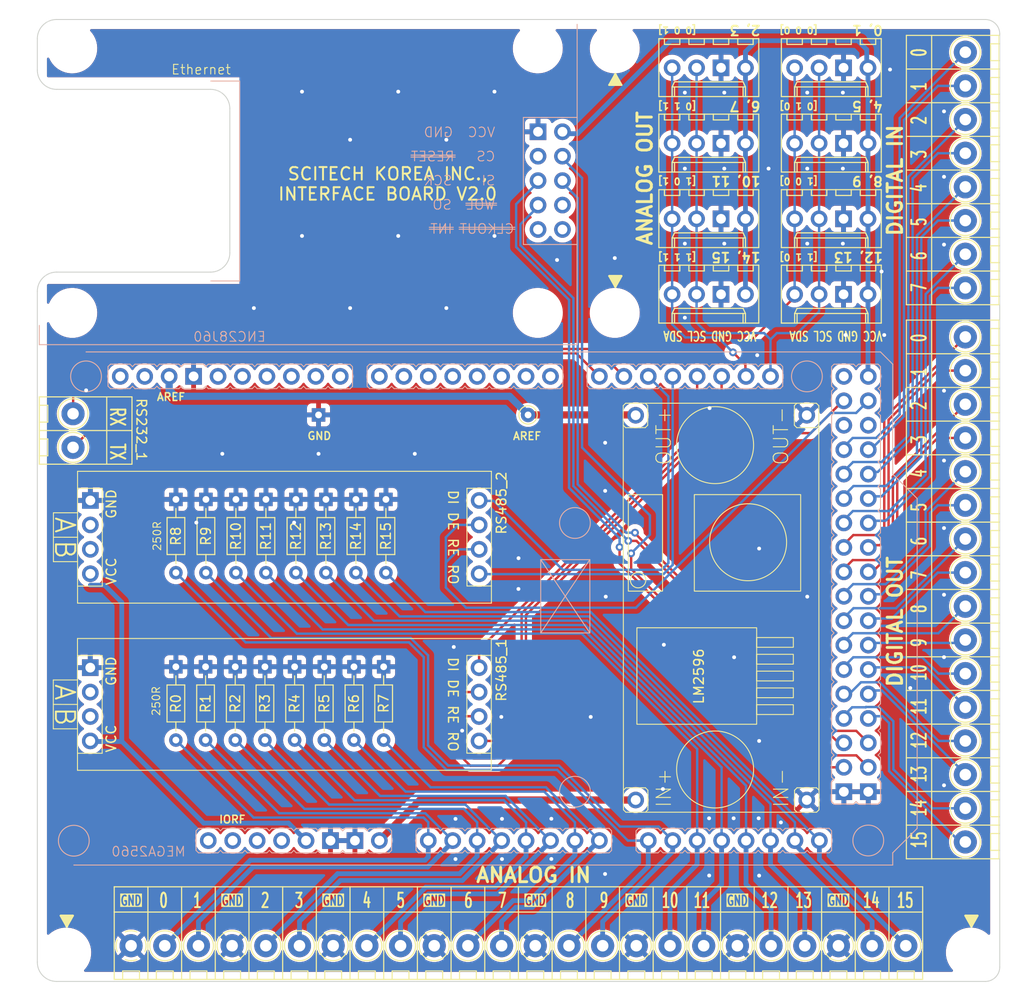
<source format=kicad_pcb>
(kicad_pcb (version 20221018) (generator pcbnew)

  (general
    (thickness 1.6)
  )

  (paper "A4")
  (layers
    (0 "F.Cu" signal)
    (31 "B.Cu" signal)
    (32 "B.Adhes" user "B.Adhesive")
    (33 "F.Adhes" user "F.Adhesive")
    (34 "B.Paste" user)
    (35 "F.Paste" user)
    (36 "B.SilkS" user "B.Silkscreen")
    (37 "F.SilkS" user "F.Silkscreen")
    (38 "B.Mask" user)
    (39 "F.Mask" user)
    (40 "Dwgs.User" user "User.Drawings")
    (41 "Cmts.User" user "User.Comments")
    (42 "Eco1.User" user "User.Eco1")
    (43 "Eco2.User" user "User.Eco2")
    (44 "Edge.Cuts" user)
    (45 "Margin" user)
    (46 "B.CrtYd" user "B.Courtyard")
    (47 "F.CrtYd" user "F.Courtyard")
    (48 "B.Fab" user)
    (49 "F.Fab" user)
    (50 "User.1" user)
    (51 "User.2" user)
    (52 "User.3" user)
    (53 "User.4" user)
    (54 "User.5" user)
    (55 "User.6" user)
    (56 "User.7" user)
    (57 "User.8" user)
    (58 "User.9" user)
  )

  (setup
    (stackup
      (layer "F.SilkS" (type "Top Silk Screen"))
      (layer "F.Paste" (type "Top Solder Paste"))
      (layer "F.Mask" (type "Top Solder Mask") (thickness 0.01))
      (layer "F.Cu" (type "copper") (thickness 0.035))
      (layer "dielectric 1" (type "core") (thickness 1.51) (material "FR4") (epsilon_r 4.5) (loss_tangent 0.02))
      (layer "B.Cu" (type "copper") (thickness 0.035))
      (layer "B.Mask" (type "Bottom Solder Mask") (thickness 0.01))
      (layer "B.Paste" (type "Bottom Solder Paste"))
      (layer "B.SilkS" (type "Bottom Silk Screen"))
      (copper_finish "None")
      (dielectric_constraints no)
    )
    (pad_to_mask_clearance 0)
    (aux_axis_origin 80 160)
    (pcbplotparams
      (layerselection 0x00010fc_ffffffff)
      (plot_on_all_layers_selection 0x0000000_00000000)
      (disableapertmacros false)
      (usegerberextensions false)
      (usegerberattributes true)
      (usegerberadvancedattributes true)
      (creategerberjobfile true)
      (dashed_line_dash_ratio 12.000000)
      (dashed_line_gap_ratio 3.000000)
      (svgprecision 4)
      (plotframeref false)
      (viasonmask false)
      (mode 1)
      (useauxorigin false)
      (hpglpennumber 1)
      (hpglpenspeed 20)
      (hpglpendiameter 15.000000)
      (dxfpolygonmode true)
      (dxfimperialunits true)
      (dxfusepcbnewfont true)
      (psnegative false)
      (psa4output false)
      (plotreference true)
      (plotvalue true)
      (plotinvisibletext false)
      (sketchpadsonfab false)
      (subtractmaskfromsilk false)
      (outputformat 1)
      (mirror false)
      (drillshape 0)
      (scaleselection 1)
      (outputdirectory "gerber/")
    )
  )

  (net 0 "")
  (net 1 "TX1")
  (net 2 "EN_485_1")
  (net 3 "RX1")
  (net 4 "TX2")
  (net 5 "A00")
  (net 6 "A01")
  (net 7 "A02")
  (net 8 "A03")
  (net 9 "A04")
  (net 10 "A05")
  (net 11 "A06")
  (net 12 "A07")
  (net 13 "A08")
  (net 14 "A09")
  (net 15 "A10")
  (net 16 "A11")
  (net 17 "A12")
  (net 18 "A13")
  (net 19 "A14")
  (net 20 "A15")
  (net 21 "VIN")
  (net 22 "AREF")
  (net 23 "GND")
  (net 24 "DO_00")
  (net 25 "DO_01")
  (net 26 "DO_02")
  (net 27 "DO_03")
  (net 28 "DO_04")
  (net 29 "DO_05")
  (net 30 "DO_06")
  (net 31 "DO_07")
  (net 32 "DO_08")
  (net 33 "DO_09")
  (net 34 "DO_10")
  (net 35 "DO_11")
  (net 36 "DO_12")
  (net 37 "DO_13")
  (net 38 "DO_14")
  (net 39 "DO_15")
  (net 40 "DI_00")
  (net 41 "DI_01")
  (net 42 "DI_02")
  (net 43 "DI_03")
  (net 44 "DI_04")
  (net 45 "DI_05")
  (net 46 "DI_06")
  (net 47 "DI_07")
  (net 48 "5V")
  (net 49 "SCL")
  (net 50 "SDA")
  (net 51 "EN_485_2")
  (net 52 "RX2")
  (net 53 "RX3")
  (net 54 "TX3")
  (net 55 "unconnected-(RS485_1-A-Pad6)")
  (net 56 "unconnected-(RS485_1-B-Pad7)")
  (net 57 "unconnected-(RS485_2-A-Pad6)")
  (net 58 "unconnected-(RS485_2-B-Pad7)")
  (net 59 "unconnected-(MEGA2560-PadSDA)")
  (net 60 "unconnected-(MEGA2560-PadSCL)")
  (net 61 "unconnected-(MEGA2560-RESET-PadRST1)")
  (net 62 "unconnected-(MEGA2560-IOREF-PadIORF)")
  (net 63 "MISO")
  (net 64 "MOSI")
  (net 65 "SCK")
  (net 66 "CS")
  (net 67 "unconnected-(MEGA2560-PadD13)")
  (net 68 "unconnected-(MEGA2560-PadD12)")
  (net 69 "unconnected-(MEGA2560-PadD11)")
  (net 70 "unconnected-(MEGA2560-PadD10)")
  (net 71 "unconnected-(MEGA2560-PadD9)")
  (net 72 "unconnected-(MEGA2560-PadD8)")
  (net 73 "unconnected-(MEGA2560-PadD7)")
  (net 74 "unconnected-(MEGA2560-PadD6)")
  (net 75 "unconnected-(MEGA2560-PadD5)")
  (net 76 "unconnected-(MEGA2560-PadD4)")
  (net 77 "unconnected-(MEGA2560-D3_INT1-PadD3)")
  (net 78 "unconnected-(MEGA2560-D2_INT0-PadD2)")
  (net 79 "unconnected-(MEGA2560-D1{slash}TX0-PadD1)")
  (net 80 "unconnected-(MEGA2560-D0{slash}RX0-PadD0)")
  (net 81 "unconnected-(MEGA2560-5V-Pad5V3)")
  (net 82 "unconnected-(MEGA2560-3.3V-Pad3V3)")
  (net 83 "LED_2")
  (net 84 "LED_1")
  (net 85 "unconnected-(ENC28J60-Pin_1-Pad1)")
  (net 86 "unconnected-(ENC28J60-Pin_2-Pad2)")
  (net 87 "unconnected-(ENC28J60-Pin_3-Pad3)")
  (net 88 "unconnected-(ENC28J60-Pin_8-Pad8)")

  (footprint "ScitechKorea:Holder485" (layer "F.Cu") (at 125.9 135 90))

  (footprint "TestPoint:TestPoint_THTPad_D1.5mm_Drill0.7mm" (layer "F.Cu") (at 130.99 101.1073 180))

  (footprint "ScitechKorea:R250" (layer "F.Cu") (at 109.98571 117.51 90))

  (footprint "ScitechKorea:R250" (layer "F.Cu") (at 106.868568 117.51 90))

  (footprint "MountingHole:MountingHole_4mm_Pad" (layer "F.Cu") (at 109.22 101.1073))

  (footprint "ScitechKorea:Terminal_02" (layer "F.Cu") (at 83.71 101.08 -90))

  (footprint "ScitechKorea:R250" (layer "F.Cu") (at 113.102852 117.51 90))

  (footprint "ScitechKorea:Holder485" (layer "F.Cu") (at 125.91 117.62 90))

  (footprint "ScitechKorea:R250" (layer "F.Cu") (at 109.815715 134.91 90))

  (footprint "ScitechKorea:HolderEth_1" (layer "F.Cu") (at 132.0254 90.5))

  (footprint "ScitechKorea:R250" (layer "F.Cu") (at 97.517142 117.51 90))

  (footprint "ScitechKorea:I2C_Socket" (layer "F.Cu") (at 145.96 88.57))

  (footprint "ScitechKorea:ScrewHole" (layer "F.Cu") (at 177 157))

  (footprint "ScitechKorea:Terminal_24" (layer "F.Cu") (at 89.74 156.2875))

  (footprint "ScitechKorea:R250" (layer "F.Cu") (at 115.98429 134.91 90))

  (footprint "ScitechKorea:R250" (layer "F.Cu") (at 94.4 117.51 90))

  (footprint "ScitechKorea:Terminal_16" (layer "F.Cu")
    (tstamp 82ba54e0-d9a3-4eb8-b16f-836390da95cf)
    (at 176.425 145.5 90)
    (property "Sheetfile" "megaPCB.kicad_sch")
    (property "Sheetname" "")
    (property "ki_description" "Generic screw terminal, single row, 01x16, script generated (kicad-library-utils/schlib/autogen/connector/)")
    (property "ki_keywords" "screw terminal")
    (path "/0a22604f-efdc-4349-aaa6-b8dfcb193ce4")
    (attr through_hole)
    (fp_text reference "J2" (at -6.1 -7.9 90 unlocked) (layer "F.SilkS") hide
        (effects (font (size 1 1) (thickness 0.1)))
      (tstamp 35139d77-017b-4936-a9a1-66e6e30b1ba5)
    )
    (fp_text value "Screw_Terminal_01x16" (at -6.1 -6.4 90 unlocked) (layer "F.Fab") hide
        (effects (font (size 1 1) (thickness 0.15)))
      (tstamp 93890ad7-21bd-4a77-93b8-0e8f63e71015)
    )
    (fp_text user "${REFERENCE}" (at -2.8 2.675 90) (layer "F.Fab")
        (effects (font (size 1 1) (thickness 0.15)))
      (tstamp 8269f258-0b3e-4053-9114-db944b6aed70)
    )
    (fp_line (start -1.75 -6.125) (end 54.25 -6.125)
      (stroke (width 0.12) (type solid)) (layer "F.SilkS") (tstamp 9c5f033d-d241-4000-a32f-090f75ffdff6))
    (fp_line (start -1.75 -3.5) (end -1.75 -6.125)
      (stroke (width 0.12) (type solid)) (layer "F.SilkS") (tstamp fa2a6b58-ada3-434c-86e3-235226c9d242))
    (fp_line (start -1.75 -3.5) (end -1.75 3.5)
      (stroke (width 0.12) (type solid)) (layer "F.SilkS") (tstamp f1329992-4e37-4aa2-be6a-064554492d32))
    (fp_line (start -1.75 -3.5) (end 54.25 -3.5)
      (stroke (width 0.12) (type solid)) (layer "F.SilkS") (tstamp 08afdbf9-77c4-4ca3-b46a-fd317d091ac7))
    (fp_line (start -1.75 3.5) (end 54.25 3.5)
      (stroke (width 0.12) (type solid)) (layer "F.SilkS") (tstamp 23e66bb2-a647-48c5-8542-2599a0247bb2))
    (fp_line (start -0.875 2.625) (end 0.875 2.625)
      (stroke (width 0.12) (type solid)) (layer "F.SilkS") (tstamp 7bcad752-1c77-423c-8841-cf588c73dd16))
    (fp_line (start -0.875 3.5) (end -0.875 2.625)
      (stroke (width 0.12) (type solid)) (layer "F.SilkS") (tstamp d8a86204-da31-428a-91a6-d84aa8e06daf))
    (fp_line (start 0.875 2.625) (end 0.875 3.5)
      (stroke (width 0.12) (type solid)) (layer "F.SilkS") (tstamp a94d1be1-5d3e-4478-9b9b-3df263765cc1))
    (fp_line (start 1.75 -6.125) (end 1.75 3.5)
      (stroke (width 0.12) (type solid)) (layer "F.SilkS") (tstamp 39051a52-0297-462a-99a8-cf2cb412fac7))
    (fp_line (start 2.625 2.625) (end 4.375 2.625)
      (stroke (width 0.12) (type solid)) (layer "F.SilkS") (tstamp 41b611a5-cb82-4f6a-a8dd-c4d07dc3d7db))
    (fp_line (start 2.625 3.5) (end 2.625 2.625)
      (stroke (width 0.12) (type solid)) (layer "F.SilkS") (tstamp dd18f381-2044-4e35-bd7a-8858ecab9fb5))
    (fp_line (start 4.375 2.625) (end 4.375 3.5)
      (stroke (width 0.12) (type solid)) (layer "F.SilkS") (tstamp 54f65a5a-ea43-4226-811e-82dac2064cc5))
    (fp_line (start 5.25 -6.125) (end 5.25 3.5)
      (stroke (width 0.12) (type solid)) (layer "F.SilkS") (tstamp 5fd48d34-d535-42a1-9176-5438df76bf51))
    (fp_line (start 6.125 2.625) (end 7.875 2.625)
      (stroke (width 0.12) (type solid)) (layer "F.SilkS") (tstamp 3ef2a0c3-9b14-49a7-ac23-6801ec6d404b))
    (fp_line (start 6.125 3.5) (end 6.125 2.625)
      (stroke (width 0.12) (type solid)) (layer "F.SilkS") (tstamp 03734158-0007-4fca-b6ab-d7c9a78dbad7))
    (fp_line (start 7.875 2.625) (end 7.875 3.5)
      (stroke (width 0.12) (type solid)) (layer "F.SilkS") (tstamp 3ddb5a8d-b4b5-4ef5-b2f1-09bcba19b399))
    (fp_line (start 8.75 -6.125) (end 8.75 3.5)
      (stroke (width 0.12) (type solid)) (layer "F.SilkS") (tstamp e317076b-2557-4fe8-a1ed-a1347e4bf7b7))
    (fp_line (start 9.625 2.625) (end 11.375 2.625)
      (stroke (width 0.12) (type solid)) (layer "F.SilkS") (tstamp d4978c4a-92c1-4dc7-a7b4-5a066d5ef432))
    (fp_line (start 9.625 3.5) (end 9.625 2.625)
      (stroke (width 0.12) (type solid)) (layer "F.SilkS") (tstamp c7b410bc-867a-4697-85a8-55393135f722))
    (fp_line (start 11.375 2.625) (end 11.375 3.5)
      (stroke (width 0.12) (type solid)) (layer "F.SilkS") (tstamp eabd3541-4b7a-4774-bd1a-91098f91bc43))
    (fp_line (start 12.25 -6.125) (end 12.25 3.5)
      (stroke (width 0.12) (type solid)) (layer "F.SilkS") (tstamp 0fa236aa-a9bb-4d98-acb6-eb3f057204c6))
    (fp_line (start 13.125 2.625) (end 14.875 2.625)
      (stroke (width 0.12) (type solid)) (layer "F.SilkS") (tstamp 9daa59bb-fcc1-4689-9df8-6861d7bafa28))
    (fp_line (start 13.125 3.5) (end 13.125 2.625)
      (stroke (width 0.12) (type solid)) (layer "F.SilkS") (tstamp 100d3f62-6421-4fbf-8b48-ae523f4863df))
    (fp_line (start 14.875 2.625) (end 14.875 3.5)
      (stroke (width 0.12) (type solid)) (layer "F.SilkS") (tstamp 5f44dbb4-6745-4f50-94a1-c7f9a7692501))
    (fp_line (start 15.75 -6.125) (end 15.75 3.5)
      (stroke (width 0.12) (type solid)) (layer "F.SilkS") (tstamp c1e67808-6184-4080-b8fc-e4b55592a3bb))
    (fp_line (start 16.625 2.625) (end 18.375 2.625)
      (stroke (width 0.12) (type solid)) (layer "F.SilkS") (tstamp 9c14edec-02ea-4096-841c-4d76e66a6d1b))
    (fp_line (start 16.625 3.5) (end 16.625 2.625)
      (stroke (width 0.12) (type solid)) (layer "F.SilkS") (tstamp d91e5d51-e674-48e2-adbf-54d64b69ba58))
    (fp_line (start 18.375 2.625) (end 18.375 3.5)
      (stroke (width 0.12) (type solid)) (layer "F.SilkS") (tstamp 43bf2c1d-7305-48c8-a2ee-614b71544ad8))
    (fp_line (start 19.25 -6.125) (end 19.25 3.5)
      (stroke (width 0.12) (type solid)) (layer "F.SilkS") (tstamp 5aafc7eb-62af-48f2-9c21-1dfe0d25b4c6))
    (fp_line (start 20.125 2.625) (end 21.875 2.625)
      (stroke (width 0.12) (type solid)) (layer "F.SilkS") (tstamp a4cca183-6c7c-41ec-830b-04b493464aa8))
    (fp_line (start 20.125 3.5) (end 20.125 2.625)
      (stroke (width 0.12) (type solid)) (layer "F.SilkS") (tstamp 839d9fff-93d4-4f9b-83d1-dab7c03c3bfc))
    (fp_line (start 21.875 2.625) (end 21.875 3.5)
      (stroke (width 0.12) (type solid)) (layer "F.SilkS") (tstamp 832a0668-8221-44e1-87af-2382bbcd4538))
    (fp_line (start 22.75 -6.125) (end 22.75 3.5)
      (stroke (width 0.12) (type solid)) (layer "F.SilkS") (tstamp de920423-d1c2-43c2-9d03-2cfc8c22c86f))
    (fp_line (start 23.625 2.625) (end 25.375 2.625)
      (stroke (width 0.12) (type solid)) (layer "F.SilkS") (tstamp e0dab445-9eec-4697-8bde-28cb65a64bb3))
    (fp_line (start 23.625 3.5) (end 23.625 2.625)
      (stroke (width 0.12) (type solid)) (layer "F.SilkS") (tstamp d845520d-a4fb-46b8-9f82-4ba8c38a36ff))
    (fp_line (start 25.375 2.625) (end 25.375 3.5)
      (stroke (width 0.12) (type solid)) (layer "F.SilkS") (tstamp dc883ddd-ee99-439a-a18a-75c980c6ee52))
    (fp_line (start 26.25 -6.125) (end 26.25 3.5)
      (stroke (width 0.12) (type solid)) (layer "F.SilkS") (tstamp c8fc3096-e7c1-4307-92c8-6ff448634727))
    (fp_line (start 27.125 2.625) (end 28.875 2.625)
      (stroke (width 0.12) (type solid)) (layer "F.SilkS") (tstamp 4097f69e-2bd5-412f-9a42-ed32adc2deb6))
    (fp_line (start 27.125 3.5) (end 27.125 2.625)
      (stroke (width 0.12) (type solid)) (layer "F.SilkS") (tstamp b156c731-2857-4292-a096-39d5cde6b472))
    (fp_line (start 28.875 2.625) (end 28.875 3.5)
      (stroke (width 0.12) (type solid)) (layer "F.SilkS") (tstamp 84c688f7-b3d5-430d-b6fa-fde2039f361d))
    (fp_line (start 29.75 -6.125) (end 29.75 3.5)
      (stroke (width 0.12) (type solid)) (layer "F.SilkS") (tstamp 5d4a4e7e-4223-4afa-a2d4-58d36a4f3128))
    (fp_line (start 30.625 2.625) (end 32.375 2.625)
      (stroke (width 0.12) (type solid)) (layer "F.SilkS") (tstamp 869b418d-cf9c-415a-bbca-f6fad4fad2a4))
    (fp_line (start 30.625 3.5) (end 30.625 2.625)
      (stroke (width 0.12) (type solid)) (layer "F.SilkS") (tstamp 247d828d-2ea6-45c5-9e55-ce3612b0f0cc))
    (fp_line (start 32.375 2.625) (end 32.375 3.5)
      (stroke (width 0.12) (type solid)) (layer "F.SilkS") (tstamp dcd7fb77-9231-461a-8acc-a95f314b4bfb))
    (fp_line (start 33.25 -6.125) (end 33.25 2.625)
      (stroke (width 0.12) (type solid)) (layer "F.SilkS") (tstamp ff47d419-5157-4c74-afe8-77da9f644c22))
    (fp_line (start 33.25 2.625) (end 33.25 3.5)
      (stroke (width 0.12) (type solid)) (layer "F.SilkS") (tstamp 338473d0-0455-4e88-aecc-9bc082d26e44))
    (fp_line (start 34.125 2.625) (end 35.875 2.625)
      (stroke (width 0.12) (type solid)) (layer "F.SilkS") (tstamp 45b540ca-6199-4142-861e-562714fef5e7))
    (fp_line (start 34.125 3.5) (end 34.125 2.625)
      (stroke (width 0.12) (type solid)) (layer "F.SilkS") (tstamp aa05f9a2-c1c3-4d93-9cba-5e84f0ae13bf))
    (fp_line (start 35.875 2.625) (end 35.875 3.5)
      (stroke (width 0.12) (type solid)) (layer "F.SilkS") (tstamp a6822e40-10ee-46e7-bcd8-c4939121af94))
    (fp_line (start 36.75 -6.125) (end 36.75 3.5)
      (stroke (width 0.12) (type solid)) (layer "F.SilkS") (tstamp 94d5e88a-4c6a-4786-8949-6e99ec7ba43d))
    (fp_line (start 37.625 2.625) (end 39.375 2.625)
      (stroke (width 0.12) (type solid)) (layer "F.SilkS") (tstamp 7465fb52-1638-4e88-8123-c5605d4b4eed))
    (fp_line (start 37.625 3.5) (end 37.625 2.625)
      (stroke (width 0.12) (type solid)) (layer "F.SilkS") (tstamp f490ef13-9e19-4f75-bdd3-d58e610e16fc))
    (fp_line (start 39.375 2.625) (end 39.375 3.5)
      (stroke (width 0.12) (type solid)) (layer "F.SilkS") (tstamp 124c379f-3596-489e-aaf3-9558ddc43a34))
    (fp_line (start 40.25 -6.125) (end 40.25 3.5)
      (stroke (width 0.12) (type solid)) (layer "F.SilkS") (tstamp 2769c7d6-dd36-423c-98a9-1f4136f2b50c))
    (fp_line (start 41.125 2.625) (end 42.875 2.625)
      (stroke (width 0.12) (type solid)) (layer "F.SilkS") (tstamp ce4a8778-611d-49fa-b67c-51ebc598ba18))
    (fp_line (start 41.125 3.5) (end 41.125 2.625)
      (stroke (width 0.12) (type solid)) (layer "F.SilkS") (tstamp 24b37d74-50ec-49e7-bfc0-2c6535f43ec9))
    (fp_line (start 42.875 2.625) (end 42.875 3.5)
      (stroke (width 0.12) (type solid)) (layer "F.SilkS") (tstamp 1da8847e-7d75-4496-9436-5d3602261fa2))
    (fp_line (start 43.75 -6.125) (end 43.75 3.5)
      (stroke (width 0.12) (type solid)) (layer "F.SilkS") (tstamp d5b4ffe8-4352-4008-9e7f-f26a303ed51b))
    (fp_line (start 44.625 2.625) (end 46.375 2.625)
      (stroke (width 0.12) (type solid)) (layer "F.SilkS") (tstamp e7e23770-005d-4a23-90e5-313a99a7ced7))
    (fp_line (start 44.625 3.5) (end 44.625 2.625)
      (stroke (width 0.12) (type solid)) (layer "F.SilkS") (tstamp b2a80f35-14d9-4492-a310-4ffaf2bab03f))
    (fp_line (start 46.375 2.625) (end 46.375 3.5)
      (stroke (width 0.12) (type solid)) (layer "F.SilkS") (tstamp ad71e2e2-002a-4767-a604-9ff80be10e30))
    (fp_line (start 47.25 -6.125) (end 47.25 3.5)
      (stroke (width 0.12) (type solid)) (layer "F.SilkS") (tstamp a08a2bd5-329d-42c2-95f3-3f1ef234894c))
    (fp_line (start 48.125 2.625) (end 49.875 2.625)
      (stroke (width 0.12) (type solid)) (layer "F.SilkS") (tstamp 5afa3da2-16a3-48fb-af80-244ee313faf1))
    (fp_line (start 48.125 3.5) (end 48.125 2.625)
      (stroke (width 0.12) (type solid)) (layer "F.SilkS") (tstamp 5d1090ba-14cb-4b14-b19e-7bd00c30843e))
    (fp_line (start 49.875 2.625) (end 49.875 3.5)
      (stroke (width 0.12) (type solid)) (layer "F.SilkS") (tstamp aac39643-3e1f-41fe-ae9f-0c3f4ff1f7aa))
    (fp_line (start 50.75 -6.125) (end 50.75 3.5)
      (stroke (width 0.12) (type solid)) (layer "F.SilkS") (tstamp 4ef3c708-98fa-4e56-9f1a-38f5cf6827a8))
    (fp_line (start 51.625 2.625) (end 53.375 2.625)
      (stroke (width 0.12) (type solid)) (layer "F.SilkS") (tstamp 41c5a88a-eedf-4247-857b-c0c7dd78860b))
    (fp_line (start 51.625 3.5) (end 51.625 2.625)
      (stroke (width 0.12) (type solid)) (layer "F.SilkS") (tstamp fb8b4ab5-ad2b-4253-8fdb-4301eb34ed3d))
    (fp_line (start 53.375 2.625) (end 53.375 3.5)
      (stroke (width 0.12) (type solid)) (layer "F.SilkS") (tstamp 7d30b97c-2b05-43bb-b1f3-2aaeb86c5654))
    (fp_line (start 54.25 -6.125) (end 54.25 -3.5)
      (stroke (width 0.12) (type solid)) (layer "F.SilkS") (tstamp 0c9725be-1871-42f2-8589-f67095bcb3e7))
    (fp_line (start 54.25 -3.5) (end 54.25 3.5)
      (stroke (width 0.12) (type solid)) (layer "F.SilkS") (tstamp e31b8b4a-8d54-4218-85c0-ef7d3321d5da))
    (fp_circle (center 0 0.0056) (end 1.555 0.0056)
      (stroke (width 0.12) (type solid)) (fill none) (layer "F.SilkS") (tstamp 82c82b69-b45a-4f78-955e-a57d0a43f427))
    (fp_circle (center 3.5 0) (end 5.055 0)
      (stroke (width 0.12) (type solid)) (fill none) (layer "F.SilkS") (tstamp cd9eee93-0c34-4e66-b426-5e8835b2b909))
    (fp_circle (center 7 0) (end 8.555 0)
      (stroke (width 0.12) (type solid)) (fill none) (layer "F.SilkS") (tstamp 1227902c-32b3-4fc2-b7a1-1479471a8285))
    (fp_circle (center 10.5 0) (end 12.055 0)
      (stroke (width 0.12) (type solid)) (fill none) (layer "F.SilkS") (tstamp 6a56f6b2-a6ea-48e0-a5e5-a8de2ee17645))
    (fp_circle (center 14 0) (end 15.555 0)
      (stroke (width 0.12) (type solid)) (fill none) (layer "F.SilkS") (tstamp 4d9b7b41-f46e-4b83-a22a-0c48357d4435))
    (fp_circle (center 17.5 0) (end 19.055 0)
      (stroke (width 0.12) (type solid)) (fill none) (layer "F.SilkS") (tstamp 1be20118-1c88-4c09-9bde-ec56484dbfc1))
    (fp_circle (center 21 0) (end 22.555 0)
      (stroke (width 0.12) (type solid)) (fill none) (layer "F.SilkS") (tstamp 76829dd2-5d7c-4871-af5d-53f76ae39fe8))
    (fp_circle (center 24.5 0) (end 26.055 0)
      (stroke (width 0.12) (type solid)) (fill none) (layer "F.SilkS") (tstamp d9aacc38-4527-421d-a299-430d02c21138))
    (fp_circle (center 28 0) (end 29.555 0)
      (stroke (width 0.12) (type solid)) (fill none) (layer "F.SilkS") (tstamp d6eb423d-e7ba-4f71-985d-d2c21ab73c2d))
    (fp_circle (center 31.5 0) (end 33.055 0)
      (stroke (width 0.12) (type solid)) (fill none) (layer "F.SilkS") (tstamp b4c43937-dd61-4086-b550-f27dc809c55c))
    (fp_circle (center 35 0) (end 36.555 0)
      (stroke (width 0.12) (type solid)) (fill none) (layer "F.SilkS") (tstamp bcfd142b-d010-444b-8f74-7941f4521956))
    (fp_circle (center 38.5 0) (end 40.055 0)
      (stroke (width 0.12) (type solid)) (fill none) (layer "F.SilkS") (tstamp f9aa4e51-e847-4499-8c2c-502d3cea0c04))
    (fp_circle (center 42 0) (end 43.555 0)
      (stroke (width 0.12) (type solid)) (fill none) (layer "F.SilkS") (tstamp 7bb68415-ecbb-4646-91f6-9f5d43e53b60))
    (fp_circle (center 45.5 0) (end 47.055 0)
      (stroke (width 0.12) (type solid)) (fill none) (layer "F.SilkS") (tstamp d2a58fad-a36f-453b-9d16-4a4d0c18a5af))
    (fp_circle (center 49 0) (end 50.555 0)
      (stroke (width 0.12) (type solid)) (fill none) (layer "F.SilkS") (tstamp 8b2c6d71-0d89-4be4-919d-a063f8c3ed3a))
    (fp_circle (center 52.5 0) (end 54.055 0)
      (stroke (width 0.12) (type solid)) (fill none) (layer "F.SilkS") (tstamp 364f19b8-72c7-4cac-a70f-ee4c97f34821))
    (fp_line (start -1.85 -3.6) (end -1.85 3.6)
      (stroke (width 0.05) (type solid)) (layer "F.CrtYd") (tstamp 7cbf74ee-4acb-412f-8cad-5904fa163fde))
    (fp_line (start -1.85 3.6) (end 54.35 3.6)
      (stroke (width 0.05) (type solid)) (layer "F.CrtYd") (tstamp ac5f3a83-af8d-4a57-9f19-9f6a5176ac2f))
    (fp_line (start 54.35 -3.6) (end -1.85 -3.6)
      (stroke (width 0.05) (type solid)) (layer "F.CrtYd") (tstamp 3aebe942-7822-4582-aada-dd8f741085e8))
    (fp_line (start 54.35 3.6) (end 54.35 -3.6)
      (stroke (width 0.05) (type solid)) (layer "F.CrtYd") (tstamp 3bf6c1b1-65c7-4269-bca7-47d735440d74))
    (fp_line (start -1.7 -3.4) (end 54.2 -3.4)
      (stroke (width 0.1) (type solid)) (layer "F.Fab") (tstamp f5d54fd2-cd8d-4507-aa4b-4e07619ce1c1))
    (fp_line (start -1.7 3.4) (end -1.7 -3.4)
      (stroke (width 0.1) (type solid)) (layer "F.Fab") (tstamp 97cbe4d4-3a8a-45ae-87fe-02f2ac5d4c1b))
    (fp_line (start -1.7 3.4) (end 54.2 3.4)
      (stroke (width 0.1) (type solid)) (layer "F.Fab") (tstamp bfe3873e-0fb4-40b2-b7bd-d752391d8f69))
    (fp_line (start -1.1 -0.069) (end -0.069 -0.069)
      (stroke (width 0.1) (type solid)) (layer "F.Fab") (tstamp b4e4de86-a2e5-4225-9cbe-494d0e2b870e))
    (fp_line (start -1.1 0.069) (end -1.1 -0.069)
      (stroke (width 0.1) (type solid)) (layer "F.Fab") (tstamp 62fb1aed-8be9-4abd-99ec-7d8ca3de9985))
    (fp_line (start -0.069 -1.1) (end 0.069 -1.1)
      (stroke (width 0.1) (type solid)) (layer "F.Fab") (tstamp 344d5b70-16c9-4576-affa-9ae96d921365))
    (fp_line (start -0.069 -0.069) (end -0.069 -1.1)
      (stroke (width 0.1) (type solid)) (layer "F.Fab") (tstamp 62fdf183-6c57-4814-b188-13d289a8ecdd))
    (fp_line (start -0.069 0.069) (end -1.1 0.069)
      (stroke (width 0.1) (type solid)) (layer "F.Fab") (tstamp 1c6c1a2c-8528-4b3c-af93-7015f83ddd17))
    (fp_line (start -0.069 1.1) (end -0.069 0.069)
      (stroke (width 0.1) (type solid)) (layer "F.Fab") (tstamp e88a8d31-86ee-481f-ac94-2b08cdc013ef))
    (fp_line (start 0.069 -1.1) (end 0.069 -0.069)
      (stroke (width 0.1) (type solid)) (layer "F.Fab") (tstamp ca1d2f86-d6f8-48b3-80ea-fc75d4bf8c6d))
    (fp_line (start 0.069 -0.069) (end 1.1 -0.069)
      (stroke (width 0.1) (type solid)) (layer "F.Fab") (tstamp eef2fb05-93ad-4320-9ea8-b4ea14f3fbb1))
    (fp_line (start 0.069 0.069) (end 0.069 1.1)
      (stroke (width 0.1) (type solid)) (layer "F.Fab") (tstamp 7abfddb5-2868-4284-954c-141d7337aa41))
    (fp_line (start 0.069 1.1) (end -0.069 1.1)
      (stroke (width 0.1) (type solid)) (layer "F.Fab") (tstamp 30e0aa1d-dac7-485c-acd5-79661c5dd3e4))
    (fp_line (start 1.1 -0.069) (end 1.1 0.069)
      (stroke (width 0.1) (type solid)) (layer "F.Fab") (tstamp c012df61-b10d-4ca9-8d04-2d2dc7f4de50))
    (fp_line (start 1.1 0.069) (end 0.069 0.069)
      (stroke (width 0.1) (type solid)) (layer "F.Fab") (tstamp 2c41d123-54c1-489b-acd7-bbf2160cad7b))
    (fp_line (start 2.4 -0.069) (end 3.431 -0.069)
      (stroke (width 0.1) (type solid)) (layer "F.Fab") (tstamp d1ed4a6f-e04e-4bae-9de4-99aee704eafb))
    (fp_line (start 2.4 0.069) (end 2.4 -0.069)
      (stroke (width 0.1) (type solid)) (layer "F.Fab") (tstamp 828552fe-e919-4ffc-b6bc-78ab4c227a1a))
    (fp_line (start 3.431 -1.1) (end 3.569 -1.1)
      (stroke (width 0.1) (type solid)) (layer "F.Fab") (tstamp 98982534-21f8-4208-a059-d65d6a05db88))
    (fp_line (start 3.431 -0.069) (end 3.431 -1.1)
      (stroke (width 0.1) (type solid)) (layer "F.Fab") (tstamp 74eeed57-9d61-4ddc-92a2-a33b5817cde7))
    (fp_line (start 3.431 0.069) (end 2.4 0.069)
      (stroke (width 0.1) (type solid)) (layer "F.Fab") (tstamp d4d879a1-cbda-41e6-9168-cf7d2ce27991))
    (fp_line (start 3.431 1.1) (end 3.431 0.069)
      (stroke (width 0.1) (type solid)) (layer "F.Fab") (tstamp 04432a53-045a-4111-9961-0fbb5a53e199))
    (fp_line (start 3.569 -1.1) (end 3.569 -0.069)
      (stroke (width 0.1) (type solid)) (layer "F.Fab") (tstamp fabea8af-2c1f-4026-a69b-ca9b9a659970))
    (fp_line (start 3.569 -0.069) (end 4.6 -0.069)
      (stroke (width 0.1) (type solid)) (layer "F.Fab") (tstamp 7e30e610-d068-477c-9ee8-34221ea7b378))
    (fp_line (start 3.569 0.069) (end 3.569 1.1)
      (stroke (width 0.1) (type solid)) (layer "F.Fab") (tstamp 2007175b-0d63-4680-8345-8ddf9d0eb40b))
    (fp_line (start 3.569 1.1) (end 3.431 1.1)
      (stroke (width 0.1) (type solid)) (layer "F.Fab") (tstamp b5774d88-bde0-4a01-8781-dc0c001af9ef))
    (fp_line (start 4.6 -0.069) (end 4.6 0.069)
      (stroke (width 0.1) (type solid)) (layer "F.Fab") (tstamp 55e5f508-e5ab-4b04-ad51-408dd898e075))
    (fp_line (start 4.6 0.069) (end 3.569 0.069)
      (stroke (width 0.1) (type solid)) (layer "F.Fab") (tstamp 4adc73f0-4cf8-4875-bba3-27c23a802d5a))
    (fp_line (start 5.9 -0.069) (end 6.931 -0.069)
      (stroke (width 0.1) (type solid)) (layer "F.Fab") (tstamp f66473c3-18fa-4b9c-8745-a5bf1bbd658a))
    (fp_line (start 5.9 0.069) (end 5.9 -0.069)
      (stroke (width 0.1) (type solid)) (layer "F.Fab") (tstamp 0c4e5d5d-e4d3-4b04-a45a-83fdd0a3f021))
    (fp_line (start 6.931 -1.1) (end 7.069 -1.1)
      (stroke (width 0.1) (type solid)) (layer "F.Fab") (tstamp 5210df8d-f3df-4677-831a-ed8c0554329a))
    (fp_line (start 6.931 -0.069) (end 6.931 -1.1)
      (stroke (width 0.1) (type solid)) (layer "F.Fab") (tstamp 51791ff4-0bd5-4533-9f6e-da00407211d3))
    (fp_line (start 6.931 0.069) (end 5.9 0.069)
      (stroke (width 0.1) (type solid)) (layer "F.Fab") (tstamp 26a3db4a-e96e-4723-8a81-9b22de359164))
    (fp_line (start 6.931 1.1) (end 6.931 0.069)
      (stroke (width 0.1) (type solid)) (layer "F.Fab") (tstamp f136981d-db64-49c7-a745-8d965fd0084f))
    (fp_line (start 7.069 -1.1) (end 7.069 -0.069)
      (stroke (width 0.1) (type solid)) (layer "F.Fab") (tstamp 30e15d00-5020-4238-ab54-9e2549a42295))
    (fp_line (start 7.069 -0.069) (end 8.1 -0.069)
      (stroke (width 0.1) (type solid)) (layer "F.Fab") (tstamp 2ac7d418-8128-45a5-a65f-ea10f4d1fc39))
    (fp_line (start 7.069 0.069) (end 7.069 1.1)
      (stroke (width 0.1) (type solid)) (layer "F.Fab") (tstamp 15169e7a-8122-47b8-868c-c2eafeca90f4))
    (fp_line (start 7.069 1.1) (end 6.931 1.1)
      (stroke (width 0.1) (type solid)) (layer "F.Fab") (tstamp df034f3c-5e8b-4850-865d-6fb9779fa1dc))
    (fp_line (start 8.1 -0.069) (end 8.1 0.069)
      (stroke (width 0.1) (type solid)) (layer "F.Fab") (tstamp 7ae13ec9-7b4d-45cb-8820-1729ac9a35ae))
    (fp_line (start 8.1 0.069) (end 7.069 0.069)
      (stroke (width 0.1) (type solid)) (layer "F.Fab") (tstamp 09297288-786f-41ec-8110-a7d55ef0b763))
    (fp_line (start 9.4 -0.069) (end 10.431 -0.069)
      (stroke (width 0.1) (type solid)) (layer "F.Fab") (tstamp b6c366c0-ae27-4b30-8f12-cfa9987f8a90))
    (fp_line (start 9.4 0.069) (end 9.4 -0.069)
      (stroke (width 0.1) (type solid)) (layer "F.Fab") (tstamp 29ca131d-5a9c-484e-af87-66fa59b77b0d))
    (fp_line (start 10.431 -1.1) (end 10.569 -1.1)
      (stroke (width 0.1) (type solid)) (layer "F.Fab") (tstamp 85f864f2-1d3f-44d7-aa97-6633dd1ba3e7))
    (fp_line (start 10.431 -0.069) (end 10.431 -1.1)
      (stroke (width 0.1) (type solid)) (layer "F.Fab") (tstamp 3c685ade-c92d-4744-8b9e-93f58bd72d56))
    (fp_line (start 10.431 0.069) (end 9.4 0.069)
      (stroke (width 0.1) (type solid)) (layer "F.Fab") (tstamp ce9d147d-474a-4e44-8c3b-aefe2a53b62c))
    (fp_line (start 10.431 1.1) (end 10.431 0.069)
      (stroke (width 0.1) (type solid)) (layer "F.Fab") (tstamp ded5a838-79b0-4649-b773-14ca651e1862))
    (fp_line (start 10.569 -1.1) (end 10.569 -0.069)
      (stroke (width 0.1) (type solid)) (layer "F.Fab") (tstamp 0bc2f808-08ec-44db-960f-e00452c752e9))
    (fp_line (start 10.569 -0.069) (end 11.6 -0.069)
      (stroke (width 0.1) (type solid)) (layer "F.Fab") (tstamp 071ac2a5-fdbd-4bed-87bd-fa4c98d2d229))
    (fp_line (start 10.569 0.069) (end 10.569 1.1)
      (stroke (width 0.1) (type solid)) (layer "F.Fab") (tstamp 74ce4bc5-e051-400e-976c-c1fcfe383a25))
    (fp_line (start 10.569 1.1) (end 10.431 1.1)
      (stroke (width 0.1) (type solid)) (layer "F.Fab") (tstamp 99274825-6e7d-4cad-8284-ea80750913ec))
    (fp_line (start 11.6 -0.069) (end 11.6 0.069)
      (stroke (width 0.1) (type solid)) (layer "F.Fab") (tstamp ed7aa672-a7c0-4fd2-bdb7-769554b0b8fb))
    (fp_line (start 11.6 0.069) (end 10.569 0.069)
      (stroke (width 0.1) (type solid)) (layer "F.Fab") (tstamp da788187-9073-4bd8-bf2f-c98ec315aeb5))
    (fp_line (start 12.9 -0.069) (end 13.931 -0.069)
      (stroke (width 0.1) (type solid)) (layer "F.Fab") (tstamp 8820c61d-c410-40c4-a16e-9a68d0991dde))
    (fp_line (start 12.9 0.069) (end 12.9 -0.069)
      (stroke (width 0.1) (type solid)) (layer "F.Fab") (tstamp f4ae155b-b3b6-4b83-abf7-c5d834449c1b))
    (fp_line (start 13.931 -1.1) (end 14.069 -1.1)
      (stroke (width 0.1) (type solid)) (layer "F.Fab") (tstamp 051ab3ca-2c4f-401f-8f0f-54929cd69b7f))
    (fp_line (start 13.931 -0.069) (end 13.931 -1.1)
      (stroke (width 0.1) (type solid)) (layer "F.Fab") (tstamp e09e8ebc-952e-4ded-967d-bab9a5b90828))
    (fp_line (start 13.931 0.069) (end 12.9 0.069)
      (stroke (width 0.1) (type solid)) (layer "F.Fab") (tstamp 31cd4a6c-a87e-4241-8de2-e1516550e297))
    (fp_line (start 13.931 1.1) (end 13.931 0.069)
      (stroke (width 0.1) (type solid)) (layer "F.Fab") (tstamp 434cb87a-c73c-4462-bdad-6bf845c35aa5))
    (fp_line (start 14.069 -1.1) (end 14.069 -0.069)
      (stroke (width 0.1) (type solid)) (layer "F.Fab") (tstamp 6f3b8372-15df-4786-b460-e92c0eb37a4f))
    (fp_line (start 14.069 -0.069) (end 15.1 -0.069)
      (stroke (width 0.1) (type solid)) (layer "F.Fab") (tstamp dba0313d-7333-4cf7-af12-64d8cc298b68))
    (fp_line (start 14.069 0.069) (end 14.069 1.1)
      (stroke (width 0.1) (type solid)) (layer "F.Fab") (tstamp fa17762a-ad83-476b-97ff-cc06a079d7ee))
    (fp_line (start 14.069 1.1) (end 13.931 1.1)
      (stroke (width 0.1) (type solid)) (layer "F.Fab") (tstamp 533c1721-a252-4d39-8059-7a0d2999a944))
    (fp_line (start 15.1 -0.069) (end 15.1 0.069)
      (stroke (width 0.1) (type solid)) (layer "F.Fab") (tstamp 557448ea-4c9f-4c6c-a917-36e54b1b43e5))
    (fp_line (start 15.1 0.069) (end 14.069 0.069)
      (stroke (width 0.1) (type solid)) (layer "F.Fab") (tstamp e007e509-708b-4d11-a175-238fa18877fa))
    (fp_line (start 16.4 -0.069) (end 17.431 -0.069)
      (stroke (width 0.1) (type solid)) (layer "F.Fab") (tstamp 0ac0edd7-dd11-4821-be63-8f2c8f028d97))
    (fp_line (start 16.4 0.069) (end 16.4 -0.069)
      (stroke (width 0.1) (type solid)) (layer "F.Fab") (tstamp 128e208a-a527-4ecb-91d8-29961e61263a))
    (fp_line (start 17.431 -1.1) (end 17.569 -1.1)
      (stroke (width 0.1) (type solid)) (layer "F.Fab") (tstamp 730f52c4-08ee-47ba-ac7a-e9206b35100a))
    (fp_line (start 17.431 -0.069) (end 17.431 -1.1)
      (stroke (width 0.1) (type solid)) (layer "F.Fab") (tstamp 5103b0c8-95e1-4893-8328-a66e0a15cf5c))
    (fp_line (start 17.431 0.069) (end 16.4 0.069)
      (stroke (width 0.1) (type solid)) (layer "F.Fab") (tstamp 0dc2a7ce-2ae6-495d-b7af-b4f29268a166))
    (fp_line (start 17.431 1.1) (end 17.431 0.069)
      (stroke (width 0.1) (type solid)) (layer "F.Fab") (tstamp 055b4d7c-f131-4867-abfa-869815824281))
    (fp_line (start 17.569 -1.1) (end 17.569 -0.069)
      (stroke (width 0.1) (type solid)) (layer "F.Fab") (tstamp 07227782-b49d-4976-9ae3-794e6ea16c14))
    (fp_line (start 17.569 -0.069) (end 18.6 -0.069)
      (stroke (width 0.1) (type solid)) (layer "F.Fab") (tstamp 101547ea-5e20-417e-994a-b5c368e682ee))
    (fp_line (start 17.569 0.069) (end 17.569 1.1)
      (stroke (width 0.1) (type solid)) (layer "F.Fab") (tstamp b694ccb9-81cb-408e-90cd-a273c9b2af10))
    (fp_line (start 17.569 1.1) (end 17.431 1.1)
      (stroke (width 0.1) (type solid)) (layer "F.Fab") (tstamp a26174f5-3bd0-428c-a392-ff880ef6bca3))
    (fp_line (start 18.6 -0.069) (end 18.6 0.069)
      (stroke (width 0.1) (type solid)) (layer "F.Fab") (tstamp 04b96f20-58a6-4975-a67d-96477a2c27e1))
    (fp_line (start 18.6 0.069) (end 17.569 0.069)
      (stroke (width 0.1) (type solid)) (layer "F.Fab") (tstamp 2906807b-e90c-4fbb-9b45-6443a61981d1))
    (fp_line (start 19.9 -0.069) (end 20.931 -0.069)
      (stroke (width 0.1) (type solid)) (layer "F.Fab") (tstamp 4a7f41aa-bb1c-42b1-a770-a2c8dc46a99f))
    (fp_line (start 19.9 0.069) (end 19.9 -0.069)
      (stroke (width 0.1) (type solid)) (layer "F.Fab") (tstamp 0e783e7e-4b40-4244-8c26-57282b52f47a))
    (fp_line (start 20.931 -1.1) (end 21.069 -1.1)
      (stroke (width 0.1) (type solid)) (layer "F.Fab") (tstamp a386418f-6d4a-4802-b72a-75e5e1590c9b))
    (fp_line (start 20.931 -0.069) (end 20.931 -1.1)
      (stroke (width 0.1) (type solid)) (layer "F.Fab") (tstamp 421c0d6f-3a80-4b6c-a548-c7b0e3df338f))
    (fp_line (start 20.931 0.069) (end 19.9 0.069)
      (stroke (width 0.1) (type solid)) (layer "F.Fab") (tstamp 4cd8bca2-7b3a-42b5-84bc-e4bc6b7551bb))
    (fp_line (start 20.931 1.1) (end 20.931 0.069)
      (stroke (width 0.1) (type solid)) (layer "F.Fab") (tstamp 33613e61-da23-4c31-9034-428304038cc9))
    (fp_line (start 21.069 -1.1) (end 21.069 -0.069)
      (stroke (width 0.1) (type solid)) (layer "F.Fab") (tstamp bf519f78-4830-4eac-a4b1-45170716290e))
    (fp_line (start 21.069 -0.069) (end 22.1 -0.069)
      (stroke (width 0.1) (type solid)) (layer "F.Fab") (tstamp 7c8d156c-5b3f-4573-bf17-8a1cbb1389f3))
    (fp_line (start 21.069 0.069) (end 21.069 1.1)
      (stroke (width 0.1) (type solid)) (layer "F.Fab") (tstamp eabf9200-3650-45c3-9961-6f44557c0bc7))
    (fp_line (start 21.069 1.1) (end 20.931 1.1)
      (stroke (width 0.1) (type solid)) (layer "F.Fab") (tstamp 4f0e4d8b-2f2a-4acd-9048-946917d6abf6))
    (fp_line (start 22.1 -0.069) (end 22.1 0.069)
      (stroke (width 0.1) (type solid)) (layer "F.Fab") (tstamp 19a17652-5080-4622-b78b-3198c4c9ca93))
    (fp_line (start 22.1 0.069) (end 21.069 0.069)
      (stroke (width 0.1) (type solid)) (layer "F.Fab") (tstamp 4d18f635-9620-4164-9b14-14a28f1c5da5))
    (fp_line (start 23.4 -0.069) (end 24.431 -0.069)
      (stroke (width 0.1) (type solid)) (layer "F.Fab") (tstamp 902b7560-201a-46b6-8513-cf4c2104f0f3))
    (fp_line (start 23.4 0.069) (end 23.4 -0.069)
      (stroke (width 0.1) (type solid)) (layer "F.Fab") (tstamp 39db401e-447b-4541-9617-74c8427b2476))
    (fp_line (start 24.431 -1.1) (end 24.569 -1.1)
      (stroke (width 0.1) (type solid)) (layer "F.Fab") (tstamp af7db955-1e3e-4a00-b905-f5c782c9296b))
    (fp_line (start 24.431 -0.069) (end 24.431 -1.1)
      (stroke (width 0.1) (type solid)) (layer "F.Fab") (tstamp 0d0b311e-5a60-4cfa-ae91-bd9a8131b2e2))
    (fp_line (start 24.431 0.069) (end 23.4 0.069)
      (stroke (width 0.1) (type solid)) (layer "F.Fab") (tstamp 27f3d77b-c0e3-4ff8-86db-8f86c6fff26b))
    (fp_line (start 24.431 1.1) (end 24.431 0.069)
      (stroke (width 0.1) (type solid)) (layer "F.Fab") (tstamp 74ae198a-59ec-4725-b148-fada2f6eb228))
    (fp_line (start 24.569 -1.1) (end 24.569 -0.069)
      (stroke (width 0.1) (type solid)) (layer "F.Fab") (tstamp dc6ba8f3-35b0-4937-a2de-0adfe00e68b0))
    (fp_line (start 24.569 -0.069) (end 25.6 -0.069)
      (stroke (width 0.1) (type solid)) (layer "F.Fab") (tstamp e2824ad5-47b7-4ef9-af65-57708d0e7a1f))
    (fp_line (start 24.569 0.069) (end 24.569 1.1)
      (stroke (width 0.1) (type solid)) (layer "F.Fab") (tstamp 63a0b93f-ecd2-498b-85ee-c576678721ea))
    (fp_line (start 24.569 1.1) (end 24.431 1.1)
      (stroke (width 0.1) (type solid)) (layer "F.Fab") (tstamp 8d59dea5-5622-45f8-a131-19bd6d11afd3))
    (fp_line (start 25.6 -0.069) (end 25.6 0.069)
      (stroke (width 0.1) (type solid)) (layer "F.Fab") (tstamp 12409d0c-ecd7-4e06-9005-6e0128740d81))
    (fp_line (start 25.6 0.069) (end 24.569 0.069)
      (stroke (width 0.1) (type solid)) (layer "F.Fab") (tstamp 1dc782d9-69e6-4ddc-b605-3a51223e84a6))
    (fp_line (start 26.9 -0.069) (end 27.931 -0.069)
      (stroke (width 0.1) (type solid)) (layer "F.Fab") (tstamp 765df3f5-0324-4e3e-8f63-da453c4134cb))
    (fp_line (start 26.9 0.069) (end 26.9 -0.069)
      (stroke (width 0.1) (type solid)) (layer "F.Fab") (tstamp c4658965-bf18-47a3-bff5-59974a9e667b))
    (fp_line (start 27.931 -1.1) (end 28.069 -1.1)
      (stroke (width 0.1) (type solid)) (layer "F.Fab") (tstamp 76c6b04e-2521-45b5-86ee-594cf3f09031))
    (fp_line (start 27.931 -0.069) (end 27.931 -1.1)
      (stroke (width 0.1) (type solid)) (layer "F.Fab") (tstamp 73290e39-1b4e-4a2e-98ed-bb079df90786))
    (fp_line (start 27.931 0.069) (end 26.9 0.069)
      (stroke (width 0.1) (type solid)) (layer "F.Fab") (tstamp 58cfce9f-64bb-4ec0-a715-5442642d4cff))
    (fp_line (start 27.931 1.1) (end 27.931 0.069)
      (stroke (width 0.1) (type solid)) (layer "F.Fab") (tstamp 1f07bbb8-d014-48de-b613-f854fc69ca1d))
    (fp_line (start 28.069 -1.1) (end 28.069 -0.069)
      (stroke (width 0.1) (type solid)) (layer "F.Fab") (tstamp d25408dd-aa90-48c9-be19-267248876e43))
    (fp_line (start 28.069 -0.069) (end 29.1 -0.069)
      (stroke (width 0.1) (type solid)) (layer "F.Fab") (tstamp b9769712-2871-41b5-9e4a-84d357a63bf2))
    (fp_line (start 28.069 0.069) (end 28.069 1.1)
      (stroke (width 0.1) (type solid)) (layer "F.Fab") (tstamp 23e85cd0-eb69-4e28-a346-db421cc8bdf1))
    (fp_line (start 28.069 1.1) (end 27.931 1.1)
      (stroke (width 0.1) (type solid)) (layer "F.Fab") (tstamp 5764849b-5f5b-478b-813a-316547f3832d))
    (fp_line (start 29.1 -0.069) (end 29.1 0.069)
      (stroke (width 0.1) (type solid)) (layer "F.Fab") (tstamp 5cb7445a-71bf-4446-ad07-a8f97df829de))
    (fp_line (start 29.1 0.069) (end 28.069 0.069)
      (stroke (width 0.1) (type solid)) (layer "F.Fab") (tstamp ca7b174b-5e64-45f2-a4e8-706aa0401be4))
    (fp_line (start 30.4 -0.069) (end 31.431 -0.069)
      (stroke (width 0.1) (type solid)) (layer "F.Fab") (tstamp 79273c6f-7760-495d-9165-e1e8b7304c35))
    (fp_line (start 30.4 0.069) (end 30.4 -0.069)
      (stroke (width 0.1) (type solid)) (layer "F.Fab") (tstamp 0cf17127-f30e-4bc0-b516-68889b6c432c))
    (fp_line (start 31.431 -1.1) (end 31.569 -1.1)
      (stroke (width 0.1) (type solid)) (layer "F.Fab") (tstamp cc0cacd2-1cd0-4716-b034-0eecab5598b3))
    (fp_line (start 31.431 -0.069) (end 31.431 -1.1)
      (stroke (width 0.1) (type solid)) (layer "F.Fab") (tstamp fe57cfd2-0514-46cd-a0db-d3cb403f838d))
    (fp_line (start 31.431 0.069) (end 30.4 0.069)
      (stroke (width 0.1) (type solid)) (layer "F.Fab") (tstamp 59d8807f-2e5e-4311-b290-83849b3fa131))
    (fp_line (start 31.431 1.1) (end 31.431 0.069)
      (stroke (width 0.1) (type solid)) (layer "F.Fab") (tstamp bafbc8c7-0b04-423a-8708-bcd436c0df5e))
    (fp_line (start 31.569 -1.1) (end 31.569 -0.069)
      (stroke (width 0.1) (type solid)) (layer "F.Fab") (tstamp 3b8c5c47-52a9-46ba-aee4-9afd256e7a29))
    (fp_line (start 31.569 -0.069) (end 32.6 -0.069)
      (stroke (width 0.1) (type solid)) (layer "F.Fab") (tstamp 5163db8a-fe7c-4f62-9995-82ea61cf3434))
    (fp_line (start 31.569 0.069) (end 31.569 1.1)
      (stroke (width 0.1) (type solid)) (layer "F.Fab") (tstamp 642d7691-4a26-4356-bb2f-ef75f254eebe))
    (fp_line (start 31.569 1.1) (end 31.431 1.1)
      (stroke (width 0.1) (type solid)) (layer "F.Fab") (tstamp 9133c852-2ec3-4e83-ad30-38218b0049e2))
    (fp_line (start 32.6 -0.069) (end 32.6 0.069)
      (stroke (width 0.1) (type solid)) (layer "F.Fab") (tstamp 4fcffc4a-8687-43c8-9bb4-04e315af1dd8))
    (fp_line (start 32.6 0.069) (end 31.569 0.069)
      (stroke (width 0.1) (type solid)) (layer "F.Fab") (tstamp c9013389-59b1-4af5-b10d-ff22f9e9bb92))
    (fp_line (start 33.9 -0.069) (end 34.931 -0.069)
      (stroke (width 0.1) (type solid)) (layer "F.Fab") (tstamp d9fa6311-eef7-4ac6-9262-95c806385e7f))
    (fp_line (start 33.9 0.069) (end 33.9 -0.069)
      (stroke (width 0.1) (type solid)) (layer "F.Fab") (tstamp b3f8cdfc-fdb4-4538-b0ed-577e448ff019))
    (fp_line (start 34.931 -1.1) (end 35.069 -1.1)
      (stroke (width 0.1) (type solid)) (layer "F.Fab") (tstamp 9d563b7c-bc77-467f-afe3-6814d9bef1e4))
    (fp_line (start 34.931 -0.069) (end 34.931 -1.1)
      (stroke (width 0.1) (type solid)) (layer "F.Fab") (tstamp ee786acf-de96-4984-9ddc-09f72427438e))
    (fp_line (start 34.931 0.069) (end 33.9 0.069)
      (stroke (width 0.1) (type solid)) (layer "F.Fab") (tstamp bb80e536-747e-4ab1-8d1a-498a85207650))
    (fp_line (start 34.931 1.1) (end 34.931 0.069)
      (stroke (width 0.1) (type solid)) (layer "F.Fab") (tstamp 31aeaa83-a06a-4c0f-9fac-f0da09a47e6e))
    (fp_line (start 35.069 -1.1) (end 35.069 -0.069)
      (stroke (width 0.1) (type solid)) (layer "F.Fab") (tstamp b8c5f79f-e2c0-4c83-bc86-2cb4ae9ee99f))
    (fp_line (start 35.069 -0.069) (end 36.1 -0.069)
      (stroke (width 0.1) (type solid)) (layer "F.Fab") (tstamp 7fd3e6aa-634f-4155-b35e-d5857ce15735))
    (fp_line (start 35.069 0.069) (end 35.069 1.1)
      (stroke (width 0.1) (type solid)) (layer "F.Fab") (tstamp 0126a7b0-c4c1-44d8-a1d1-925bc45df19d))
    (fp_line (start 35.069 1.1) (end 34.931 1.1)
      (stroke (width 0.1) (type solid)) (layer "F.Fab") (tstamp db4cb785-4e19-4881-9656-acde585d9f81))
    (fp_line (start 36.1 -0.069) (end 36.1 0.069)
      (stroke (width 0.1) (type solid)) (layer "F.Fab") (tstamp 5fc9d8dc-2c85-4d42-8af6-6318cc80c5a6))
    (fp_line (start 36.1 0.069) (end 35.069 0.069)
      (stroke (width 0.1) (type solid)) (layer "F.Fab") (tstamp 3aba1385-e74a-4c62-801d-4e2d3eb68238))
    (fp_line (start 37.4 -0.069) (end 38.431 -0.069)
      (stroke (width 0.1) (type solid)) (layer "F.Fab") (tstamp ca765c2e-f4a7-428e-bb2d-48880a5dc94f))
    (fp_line (start 37.4 0.069) (end 37.4 -0.069)
      (stroke (width 0.1) (type solid)) (layer "F.Fab") (tstamp 8874ad99-86e9-48b0-b31a-1e22ec152ef0))
    (fp_line (start 38.431 -1.1) (end 38.569 -1.1)
      (stroke (width 0.1) (type solid)) (layer "F.Fab") (tstamp c884df84-3ec6-4a74-ad14-bb700ba70799))
    (fp_line (start 38.431 -0.069) (end 38.431 -1.1)
      (stroke (width 0.1) (type solid)) (layer "F.Fab") (tstamp 9f5ab654-e86c-467b-9068-3b25b49699a1))
    (fp_line (start 38.431 0.069) (end 37.4 0.069)
      (stroke (width 0.1) (type solid)) (layer "F.Fab") (tstamp a4905ebc-7ba9-40d0-956f-d6121dc04e2f))
    (fp_line (start 38.431 1.1) (end 38.431 0.069)
      (stroke (width 0.1) (type solid)) (layer "F.Fab") (tstamp 9505a06a-ee91-4480-a590-27a6b706bea6))
    (fp_line (start 38.569 -1.1) (end 38.569 -0.069)
      (stroke (width 0.1) (type solid)) (layer "F.Fab") (tstamp 93a33969-539b-4f04-8126-bf68a1603468))
    (fp_line (start 38.569 -0.069) (end 39.6 -0.069)
      (stroke (width 0.1) (type solid)) (layer "F.Fab") (tstamp 4346b038-33d6-4308-9947-26deb754c8ad))
    (fp_line (start 38.569 0.069) (end 38.569 1.1)
      (stroke (width 0.1) (type solid)) (layer "F.Fab") (tstamp 933114f1-f3f3-437b-be02-b116cb5815e2))
    (fp_line (start 38.569 1.1) (end 38.431 1.1)
      (stroke (width 0.1) (type solid)) (layer "F.Fab") (tstamp 5b0a1e6f-adb2-42a1-a17b-59a392b03d05))
    (fp_line (start 39.6 -0.069) (end 39.6 0.069)
      (stroke (width 0.1) (type solid)) (layer "F.Fab") (tstamp a84875cf-a0ad-4868-adc1-68d356988888))
    (fp_line (start 39.6 0.069) (end 38.569 0.069)
      (stroke (width 0.1) (type solid)) (layer "F.Fab") (tstamp 1fd87b58-9d75-42c9-ad23-713ee99ed3c3))
    (fp_line (start 40.9 -0.069) (end 41.931 -0.069)
      (stroke (width 0.1) (type solid)) (layer "F.Fab") (tstamp 4febcd71-8715-4ec1-8406-db5f81e67959))
    (fp_line (start 40.9 0.069) (end 40.9 -0.069)
      (stroke (width 0.1) (type solid)) (layer "F.Fab") (tstamp 5aaedf5f-5363-4593-8f41-4caf908fcf74))
    (fp_line (start 41.931 -1.1) (end 42.069 -1.1)
      (stroke (width 0.1) (type solid)) (layer "F.Fab") (tstamp 73ecb7e4-8bd0-49e1-a3a6-490a54c82acc))
    (fp_line (start 41.931 -0.069) (end 41.931 -1.1)
      (stroke (width 0.1) (type solid)) (layer "F.Fab") (tstamp a39dd337-ab0f-4975-a87f-eb79fc7752f3))
    (fp_line (start 41.931 0.069) (end 40.9 0.069)
      (stroke (width 0.1) (type solid)) (layer "F.Fab") (tstamp 1a368d90-ff40-4f89-820b-cdbab10e14b9))
    (fp_line (start 41.931 1.1) (end 41.931 0.069)
      (stroke (width 0.1) (type solid)) (layer "F.Fab") (tstamp 35fc4762-181a-47ec-93a3-3c98c1f90eed))
    (fp_line (start 42.069 -1.1) (end 42.069 -0.069)
      (stroke (width 0.1) (type solid)) (layer "F.Fab") (tstamp ed568adb-6dfb-4ae2-9e5d-17a923107c6e))
    (fp_line (start 42.069 -0.069) (end 43.1 -0.069)
      (stroke (width 0.1) (type solid)) (layer "F.Fab") (tstamp 769f8335-606e-40df-95e9-5077b4e49775))
    (fp_line (start 42.069 0.069) (end 42.069 1.1)
      (stroke (width 0.1) (type solid)) (layer "F.Fab") (tstamp 73e9e6db-4414-4f40-8106-42969e2dbac7))
    (fp_line (start 42.069 1.1) (end 41.931 1.1)
      (stroke (width 0.1) (type solid)) (layer "F.Fab") (tstamp eedbb3ed-9783-4cf7-af77-6d8f31c427ec))
    (fp_line (start 43.1 -0.069) (end 43.1 0.069)
      (stroke (width 0.1) (type solid)) (layer "F.Fab") (tstamp f186508e-6a64-4684-a32d-18a13ade9bb4))
    (fp_line (start 43.1 0.069) (end 42.069 0.069)
      (stroke (width 0.1) (type solid)) (layer "F.Fab") (tstamp deb57881-05b1-47b7-9e30-936d11038199))
    (fp_line (start 44.4 -0.069) (end 45.431 -0.069)
      (stroke (width 0.1) (type solid)) (layer "F.Fab") (tstamp fa2500be-8cb3-43f5-8ca8-38e0c7bffaf9))
    (fp_line (start 44.4 0.069) (end 44.4 -0.069)
      (stroke (width 0.1) (type solid)) (layer "F.Fab") (tstamp a82ed83e-37aa-4926-9d70-04665f2bd9dc))
    (fp_line (start 45.431 -1.1) (end 45.569 -1.1)
      (stroke (width 0.1) (type solid)) (layer "F.Fab") (tstamp e32f4cc9-8791-4a09-a4e0-f98d1e0920d2))
    (fp_line (start 45.431 -0.069) (end 45.431 -1.1)
      (stroke (width 0.1) (type solid)) (layer "F.Fab") (tstamp 888c8d5b-892f-47f2-b77f-513b421b4e79))
    (fp_line (start 45.431 0.069) (end 44.4 0.069)
      (stroke (width 0.1) (type solid)) (layer "F.Fab") (tstamp 109a5d51-d4c4-4fa1-93e4-115a0709da5a))
    (fp_line (start 45.431 1.1) (end 45.431 0.069)
      (stroke (width 0.1) (type solid)) (layer "F.Fab") (tstamp a7723cc7-6f6b-402a-9247-96b8d4ea0918))
    (fp_line (start 45.569 -1.1) (end 45.569 -0.069)
      (stroke (width 0.1) (type solid)) (layer "F.Fab") (tstamp 14e525ab-7a39-4233-bcb7-0040881435a2))
    (fp_line (start 45.569 -0.069) (end 46.6 -0.069)
      (stroke (width 0.1) (type solid)) (layer "F.Fab") (tstamp 8b33e92d-336a-465b-8953-2eac3bb1c8c1))
    (fp_line (start 45.569 0.069) (end 45.569 1.1)
      (stroke (width 0.1) (type solid)) (layer "F.Fab") (tstamp 00de39fc-07a2-4c46-90de-cd179e1f1510))
    (fp_line (start 45.569 1.1) (end 45.431 1.1)
      (stroke (width 0.1) (type solid)) (layer "F.Fab") (tstamp 9a0444ab-fa90-4bd4-b36f-2af615747911))
    (fp_line (start 46.6 -0.069) (end 46.6 0.069)
      (stroke (width 0.1) (type solid)) (layer "F.Fab") (tstamp b5594530-cd24-424e-990e-a8973d1dfd83))
    (fp_line (start 46.6 0.069) (end 45.569 0.069)
      (stroke (width 0.1) (type solid)) (layer "F.Fab") (tstamp 490cc94b-b4a7-49b6-a9d9-6bd2ee228a69))
    (fp_line (start 47.9 -0.069) (end 48.931 -0.069)
      (stroke (width 0.1) (type solid)) (layer "F.Fab") (tstamp 43dfab68-174a-49e2-b8d4-7e9461b84e9d))
    (fp_line (start 47.9 0.069) (end 47.9 -0.069)
      (stroke (width 0.1) (type solid)) (layer "F.Fab") (tstamp 080c2b83-6f38-407c-822a-60fcf75fde6c))
    (fp_line (start 48.931 -1.1) (end 49.069 -1.1)
      (stroke (width 0.1) (type solid)) (layer "F.Fab") (tstamp 5cace38f-18c8-4fca-8ed0-a0519535f951))
    (fp_line (start 48.931 -0.069) (end 48.931 -1.1)
      (stroke (width 0.1) (type solid)) (layer "F.Fab") (tstamp 061c7040-902c-4574-91ff-fe13eba827c7))
    (fp_line (start 48.931 0.069) (end 47.9 0.069)
      (stroke (width 0.1) (type solid)) (layer "F.Fab") (tstamp 2d3e0019-2989-4201-86eb-6b0cf29d956f))
    (fp_line (start 48.931 1.1) (end 48.931 0.069)
      (stroke (width 0.1) (type solid)) (layer "F.Fab") (tstamp a24fc678-ced1-4ec1-a564-d1e067213023))
    (fp_line (start 49.069 -1.1) (end 49.069 -0.069)
      (stroke (width 0.1) (type solid)) (layer "F.Fab") (tstamp 35c02b16-b5fa-45f1-8de4-2a3646c256d1))
    (fp_line (start 49.069 -0.069) (end 50.1 -0.069)
      (stroke (width 0.1) (type solid)) (layer "F.Fab") (tstamp c15ee517-033a-459f-8de1-3df571e41959))
    (fp_line (start 49.069 0.069) (end 49.069 1.1)
      (stroke (width 0.1) (type solid)) (layer "F.Fab") (tstamp fbdd98c5-565c-4634-981a-f8615b352422))
    (fp_line (start 49.069 1.1) (end 48.931 1.1)
      (stroke (width 0.1) (type solid)) (layer "F.Fab") (tstamp 07826287-14c3-486f-9bd0-d76b7b8118e0))
    (fp_line (start 50.1 -0.069) (end 50.1 0.069)
      (stroke (width 0.1) (type solid)) (layer "F.Fab") (tstamp 5187bc91-65c9-4aff-ae83-1881695660bc))
    (fp_line (start 50.1 0.069) (end 49.069 0.069)
      (stroke (width 0.1) (type solid)) (layer "F.Fab") (tstamp e9aef893-6bb9-48bc-8567-e39c8d0994d5))
    (fp_line (start 51.4 -0.069) (end 52.431 -0.069)
      (stroke (width 0.1) (type solid)) (layer "F.Fab") (tstamp ee0b576c-c647-48ab-916b-b45742b292c9))
    (fp_line (start 51.4 0.069) (end 51.4 -0.069)
      (stroke (width 0.1) (type solid)) (layer "F.Fab") (tstamp 1a572902-1bd9-4948-87c9-0250bc51d4be))
    (fp_line (start 52.431 -1.1) (end 52.569 -1.1)
      (stroke (width 0.1) (type solid)) (layer "F.Fab") (tstamp a60da325-1faf-4703-a79d-d76ce75b2538))
    (fp_line (start 52.431 -0.069) (end 52.431 -1.1)
      (stroke (width 0.1) (type solid)) (layer "F.Fab") (tstamp 9a832f9a-5dbe-4ba8-a8cd-df8c496d1fa1))
    (fp_line (start 52.431 0.069) (end 51.4 0.069)
      (stroke (width 0.1) (type solid)) (layer "F.Fab") (tstamp 33ee2b18-52da-4b20-8c62-619320470e40))
    (fp_line (start 52.431 1.1) (end 52.431 0.069)
      (stroke (width 0.1) (type solid)) (layer "F.Fab") (tstamp 2933891c-f6a9-42e9-ae68-60dbdbfff82c))
    (fp_line (start 52.569 -1.1) (end 52.569 -0.069)
      (stroke (width 0.1) (type solid)) (layer "F.Fab") (tstamp 8414838a-89e8-4f8f-bcad-299593f7d732))
    (fp_line (start 52.569 -0.069) (end 53.6 -0.069)
      (stroke (width 0.1) (type solid)) (layer "F.Fab") (tstamp 6176fb7c-bc58-4694-a095-614f0f99a2aa))
    (fp_line (start 52.569 0.069) (end 52.569 1.1)
      (stroke (width 0.1) (type solid)) (layer "F.Fab") (tstamp cbef0d6f-76a8-4db4-be75-115d271f5701))
    (fp_line (start 52.569 1.1) (end 52.431 1.1)
      (stroke (width 0.1) (type solid)) (layer "F.Fab") (tstamp 7c467e37-bbec-42fe-ac86-eea7f08e0036))
    (fp_line (start 53.6 -0.069) (end 53.6 0.069)
      (stroke (width 0.1) (type solid)) (layer "F.Fab") (tstamp 8dfa6ed0-d1bb-4e37-9a60-93b00503e64d))
    (fp_line (start 53.6 0.069) (end 52.569 0.069)
      (stroke (width 0.1) (type solid)) (layer "F.Fab") (tstamp a889fcf3-6dce-4870-bdab-9d1e5c96c3f2))
    (fp_line (start 54.2 -3.4) (end 54.2 3.4)
      (stroke (width 0.1) (type solid)) (layer "F.Fab") (tstamp bc6a6bf4-f6f8-4b60-81ec-3a4d5a227c08))
    (fp_circle (center 0 0) (end 1.375 0)
      (stroke (width 0.1) (type solid)) (fill none) (layer "F.Fab") (tstamp bc7fc921-5980-
... [1290626 chars truncated]
</source>
